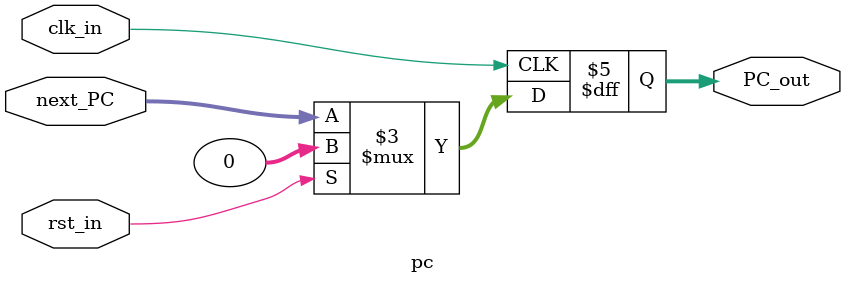
<source format=sv>
module pc#(
    parameter D_WIDTH = 32
)(
    input  logic                            clk_in,
    input  logic                            rst_in,
    output logic        [D_WIDTH-1:0]       PC_out,
    input  logic        [D_WIDTH-1:0]       next_PC
    
);

    always_ff @(posedge clk_in) begin
        if (rst_in) PC_out <= 0; 
        else PC_out <= next_PC;
    end
    
    // always_comb begin
    //     $display("\n\n\nPC:  ", PC_out);
    // end

endmodule

</source>
